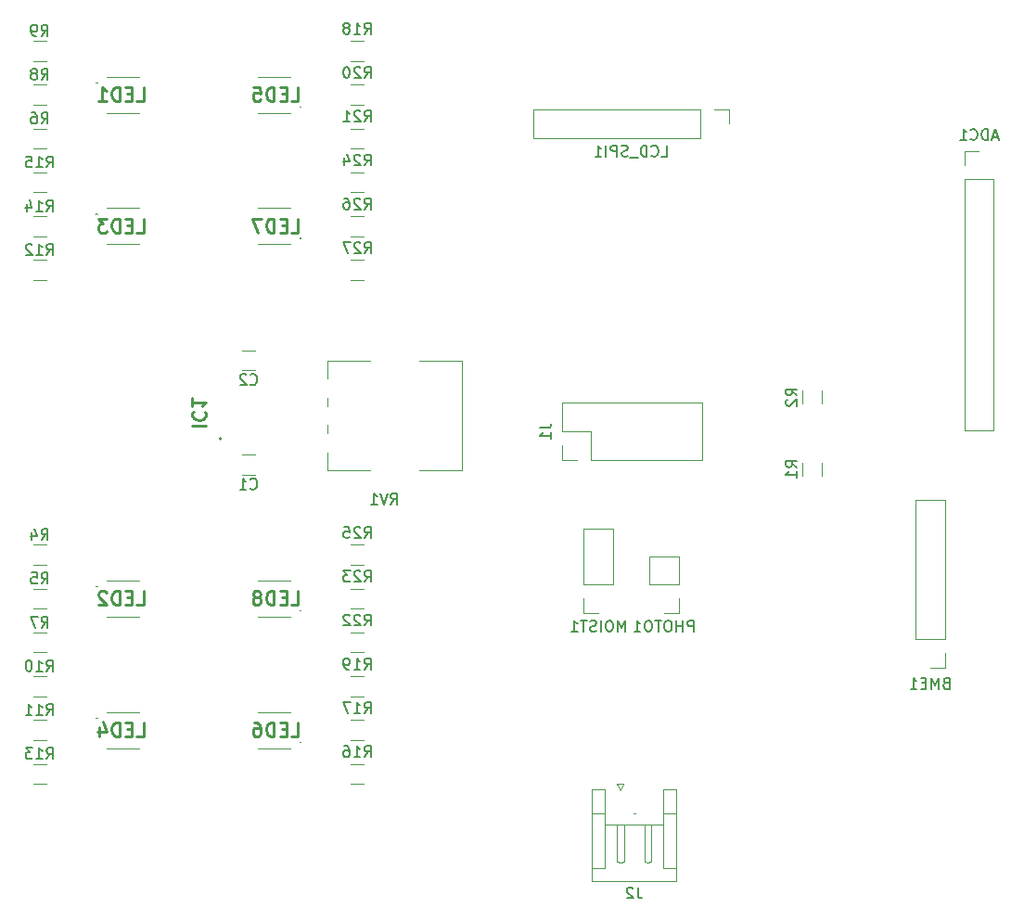
<source format=gbr>
%TF.GenerationSoftware,KiCad,Pcbnew,5.1.6*%
%TF.CreationDate,2020-06-18T23:16:12-07:00*%
%TF.ProjectId,draft,64726166-742e-46b6-9963-61645f706362,rev?*%
%TF.SameCoordinates,Original*%
%TF.FileFunction,Legend,Bot*%
%TF.FilePolarity,Positive*%
%FSLAX46Y46*%
G04 Gerber Fmt 4.6, Leading zero omitted, Abs format (unit mm)*
G04 Created by KiCad (PCBNEW 5.1.6) date 2020-06-18 23:16:12*
%MOMM*%
%LPD*%
G01*
G04 APERTURE LIST*
%ADD10C,0.120000*%
%ADD11C,0.100000*%
%ADD12C,0.200000*%
%ADD13C,0.150000*%
%ADD14C,0.254000*%
G04 APERTURE END LIST*
D10*
%TO.C,C2*%
X58452936Y-63140000D02*
X59657064Y-63140000D01*
X58452936Y-61320000D02*
X59657064Y-61320000D01*
%TO.C,C1*%
X58452936Y-72665000D02*
X59657064Y-72665000D01*
X58452936Y-70845000D02*
X59657064Y-70845000D01*
%TO.C,R2*%
X109580000Y-65020436D02*
X109580000Y-66224564D01*
X111400000Y-65020436D02*
X111400000Y-66224564D01*
%TO.C,R1*%
X109580000Y-71570436D02*
X109580000Y-72774564D01*
X111400000Y-71570436D02*
X111400000Y-72774564D01*
%TO.C,J2*%
X93300000Y-100900000D02*
X93000000Y-101500000D01*
X92700000Y-100900000D02*
X93300000Y-100900000D01*
X93000000Y-101500000D02*
X92700000Y-100900000D01*
X95820000Y-104590000D02*
X95500000Y-104590000D01*
X95820000Y-108010000D02*
X95820000Y-104590000D01*
X95500000Y-108090000D02*
X95820000Y-108010000D01*
X95180000Y-108010000D02*
X95500000Y-108090000D01*
X95180000Y-104590000D02*
X95180000Y-108010000D01*
X95500000Y-104590000D02*
X95180000Y-104590000D01*
X94170000Y-103590000D02*
X94330000Y-103590000D01*
X93320000Y-104590000D02*
X93000000Y-104590000D01*
X93320000Y-108010000D02*
X93320000Y-104590000D01*
X93000000Y-108090000D02*
X93320000Y-108010000D01*
X92680000Y-108010000D02*
X93000000Y-108090000D01*
X92680000Y-104590000D02*
X92680000Y-108010000D01*
X93000000Y-104590000D02*
X92680000Y-104590000D01*
X91610000Y-104590000D02*
X96890000Y-104590000D01*
X96890000Y-103590000D02*
X98110000Y-103590000D01*
X96890000Y-108590000D02*
X96890000Y-103590000D01*
X98110000Y-108590000D02*
X96890000Y-108590000D01*
X91610000Y-103590000D02*
X90390000Y-103590000D01*
X91610000Y-108590000D02*
X91610000Y-103590000D01*
X90390000Y-108590000D02*
X91610000Y-108590000D01*
X96890000Y-101390000D02*
X96890000Y-103590000D01*
X98110000Y-101390000D02*
X96890000Y-101390000D01*
X98110000Y-109810000D02*
X98110000Y-101390000D01*
X90390000Y-109810000D02*
X98110000Y-109810000D01*
X90390000Y-101390000D02*
X90390000Y-109810000D01*
X91610000Y-101390000D02*
X90390000Y-101390000D01*
X91610000Y-103590000D02*
X91610000Y-101390000D01*
%TO.C,RV1*%
X78525000Y-72240000D02*
X78525000Y-62300000D01*
X66285000Y-63900000D02*
X66285000Y-62300000D01*
X66285000Y-66399000D02*
X66285000Y-65640000D01*
X66285000Y-68899000D02*
X66285000Y-68140000D01*
X66285000Y-72240000D02*
X66285000Y-70641000D01*
X74660000Y-62300000D02*
X78525000Y-62300000D01*
X66285000Y-62300000D02*
X70150000Y-62300000D01*
X74660000Y-72240000D02*
X78525000Y-72240000D01*
X66285000Y-72240000D02*
X70150000Y-72240000D01*
%TO.C,R27*%
X68382936Y-53090000D02*
X69587064Y-53090000D01*
X68382936Y-54910000D02*
X69587064Y-54910000D01*
%TO.C,R26*%
X68382936Y-49090000D02*
X69587064Y-49090000D01*
X68382936Y-50910000D02*
X69587064Y-50910000D01*
%TO.C,R25*%
X68382936Y-79090000D02*
X69587064Y-79090000D01*
X68382936Y-80910000D02*
X69587064Y-80910000D01*
%TO.C,R24*%
X68382936Y-45090000D02*
X69587064Y-45090000D01*
X68382936Y-46910000D02*
X69587064Y-46910000D01*
%TO.C,R23*%
X68382936Y-83090000D02*
X69587064Y-83090000D01*
X68382936Y-84910000D02*
X69587064Y-84910000D01*
%TO.C,R22*%
X68382936Y-87090000D02*
X69587064Y-87090000D01*
X68382936Y-88910000D02*
X69587064Y-88910000D01*
%TO.C,R21*%
X68382936Y-41090000D02*
X69587064Y-41090000D01*
X68382936Y-42910000D02*
X69587064Y-42910000D01*
%TO.C,R20*%
X68382936Y-37090000D02*
X69587064Y-37090000D01*
X68382936Y-38910000D02*
X69587064Y-38910000D01*
%TO.C,R19*%
X68382936Y-91090000D02*
X69587064Y-91090000D01*
X68382936Y-92910000D02*
X69587064Y-92910000D01*
%TO.C,R18*%
X68382936Y-33090000D02*
X69587064Y-33090000D01*
X68382936Y-34910000D02*
X69587064Y-34910000D01*
%TO.C,R17*%
X68382936Y-95090000D02*
X69587064Y-95090000D01*
X68382936Y-96910000D02*
X69587064Y-96910000D01*
%TO.C,R16*%
X68382936Y-99090000D02*
X69587064Y-99090000D01*
X68382936Y-100910000D02*
X69587064Y-100910000D01*
%TO.C,R15*%
X40587064Y-46910000D02*
X39382936Y-46910000D01*
X40587064Y-45090000D02*
X39382936Y-45090000D01*
%TO.C,R14*%
X40587064Y-50910000D02*
X39382936Y-50910000D01*
X40587064Y-49090000D02*
X39382936Y-49090000D01*
%TO.C,R13*%
X40587064Y-100910000D02*
X39382936Y-100910000D01*
X40587064Y-99090000D02*
X39382936Y-99090000D01*
%TO.C,R12*%
X40587064Y-54910000D02*
X39382936Y-54910000D01*
X40587064Y-53090000D02*
X39382936Y-53090000D01*
%TO.C,R11*%
X40587064Y-96910000D02*
X39382936Y-96910000D01*
X40587064Y-95090000D02*
X39382936Y-95090000D01*
%TO.C,R10*%
X40587064Y-92910000D02*
X39382936Y-92910000D01*
X40587064Y-91090000D02*
X39382936Y-91090000D01*
%TO.C,R9*%
X40587064Y-34910000D02*
X39382936Y-34910000D01*
X40587064Y-33090000D02*
X39382936Y-33090000D01*
%TO.C,R8*%
X40587064Y-38910000D02*
X39382936Y-38910000D01*
X40587064Y-37090000D02*
X39382936Y-37090000D01*
%TO.C,R7*%
X40587064Y-88910000D02*
X39382936Y-88910000D01*
X40587064Y-87090000D02*
X39382936Y-87090000D01*
%TO.C,R6*%
X40587064Y-42910000D02*
X39382936Y-42910000D01*
X40587064Y-41090000D02*
X39382936Y-41090000D01*
%TO.C,R5*%
X40587064Y-84910000D02*
X39382936Y-84910000D01*
X40587064Y-83090000D02*
X39382936Y-83090000D01*
%TO.C,R4*%
X40587064Y-80910000D02*
X39382936Y-80910000D01*
X40587064Y-79090000D02*
X39382936Y-79090000D01*
D11*
%TO.C,LED8*%
X63845000Y-85100000D02*
X63845000Y-85100000D01*
X63745000Y-85100000D02*
X63745000Y-85100000D01*
X62895000Y-85650000D02*
X59870000Y-85650000D01*
X62895000Y-82350000D02*
X59870000Y-82350000D01*
X63745000Y-85100000D02*
G75*
G03*
X63845000Y-85100000I50000J0D01*
G01*
X63845000Y-85100000D02*
G75*
G03*
X63745000Y-85100000I-50000J0D01*
G01*
%TO.C,LED7*%
X63845000Y-51100000D02*
X63845000Y-51100000D01*
X63745000Y-51100000D02*
X63745000Y-51100000D01*
X62895000Y-51650000D02*
X59870000Y-51650000D01*
X62895000Y-48350000D02*
X59870000Y-48350000D01*
X63745000Y-51100000D02*
G75*
G03*
X63845000Y-51100000I50000J0D01*
G01*
X63845000Y-51100000D02*
G75*
G03*
X63745000Y-51100000I-50000J0D01*
G01*
%TO.C,LED6*%
X63845000Y-97100000D02*
X63845000Y-97100000D01*
X63745000Y-97100000D02*
X63745000Y-97100000D01*
X62895000Y-97650000D02*
X59870000Y-97650000D01*
X62895000Y-94350000D02*
X59870000Y-94350000D01*
X63745000Y-97100000D02*
G75*
G03*
X63845000Y-97100000I50000J0D01*
G01*
X63845000Y-97100000D02*
G75*
G03*
X63745000Y-97100000I-50000J0D01*
G01*
%TO.C,LED5*%
X63845000Y-39100000D02*
X63845000Y-39100000D01*
X63745000Y-39100000D02*
X63745000Y-39100000D01*
X62895000Y-39650000D02*
X59870000Y-39650000D01*
X62895000Y-36350000D02*
X59870000Y-36350000D01*
X63745000Y-39100000D02*
G75*
G03*
X63845000Y-39100000I50000J0D01*
G01*
X63845000Y-39100000D02*
G75*
G03*
X63745000Y-39100000I-50000J0D01*
G01*
%TO.C,LED4*%
X45125000Y-94900000D02*
X45125000Y-94900000D01*
X45225000Y-94900000D02*
X45225000Y-94900000D01*
X46075000Y-94350000D02*
X49100000Y-94350000D01*
X46075000Y-97650000D02*
X49100000Y-97650000D01*
X45225000Y-94900000D02*
G75*
G03*
X45125000Y-94900000I-50000J0D01*
G01*
X45125000Y-94900000D02*
G75*
G03*
X45225000Y-94900000I50000J0D01*
G01*
%TO.C,LED3*%
X45125000Y-48900000D02*
X45125000Y-48900000D01*
X45225000Y-48900000D02*
X45225000Y-48900000D01*
X46075000Y-48350000D02*
X49100000Y-48350000D01*
X46075000Y-51650000D02*
X49100000Y-51650000D01*
X45225000Y-48900000D02*
G75*
G03*
X45125000Y-48900000I-50000J0D01*
G01*
X45125000Y-48900000D02*
G75*
G03*
X45225000Y-48900000I50000J0D01*
G01*
%TO.C,LED2*%
X45125000Y-82900000D02*
X45125000Y-82900000D01*
X45225000Y-82900000D02*
X45225000Y-82900000D01*
X46075000Y-82350000D02*
X49100000Y-82350000D01*
X46075000Y-85650000D02*
X49100000Y-85650000D01*
X45225000Y-82900000D02*
G75*
G03*
X45125000Y-82900000I-50000J0D01*
G01*
X45125000Y-82900000D02*
G75*
G03*
X45225000Y-82900000I50000J0D01*
G01*
%TO.C,LED1*%
X45125000Y-36900000D02*
X45125000Y-36900000D01*
X45225000Y-36900000D02*
X45225000Y-36900000D01*
X46075000Y-36350000D02*
X49100000Y-36350000D01*
X46075000Y-39650000D02*
X49100000Y-39650000D01*
X45225000Y-36900000D02*
G75*
G03*
X45125000Y-36900000I-50000J0D01*
G01*
X45125000Y-36900000D02*
G75*
G03*
X45225000Y-36900000I50000J0D01*
G01*
D12*
%TO.C,IC1*%
X56585000Y-69400000D02*
G75*
G03*
X56585000Y-69400000I-100000J0D01*
G01*
D10*
%TO.C,ADC1*%
X125730000Y-43120000D02*
X124400000Y-43120000D01*
X124400000Y-43120000D02*
X124400000Y-44450000D01*
X124400000Y-45720000D02*
X124400000Y-68640000D01*
X127060000Y-68640000D02*
X124400000Y-68640000D01*
X127060000Y-45720000D02*
X127060000Y-68640000D01*
X127060000Y-45720000D02*
X124400000Y-45720000D01*
%TO.C,BME1*%
X121285000Y-90330000D02*
X122615000Y-90330000D01*
X122615000Y-90330000D02*
X122615000Y-89000000D01*
X122615000Y-87730000D02*
X122615000Y-74970000D01*
X119955000Y-74970000D02*
X122615000Y-74970000D01*
X119955000Y-87730000D02*
X119955000Y-74970000D01*
X119955000Y-87730000D02*
X122615000Y-87730000D01*
%TO.C,J1*%
X87670000Y-70000000D02*
X87670000Y-71330000D01*
X87670000Y-71330000D02*
X89000000Y-71330000D01*
X87670000Y-68730000D02*
X90270000Y-68730000D01*
X90270000Y-68730000D02*
X90270000Y-71330000D01*
X90270000Y-71330000D02*
X100490000Y-71330000D01*
X100490000Y-66130000D02*
X100490000Y-71330000D01*
X87670000Y-66130000D02*
X100490000Y-66130000D01*
X87670000Y-66130000D02*
X87670000Y-68730000D01*
%TO.C,LCD_SPI1*%
X102930000Y-40640000D02*
X102930000Y-39310000D01*
X102930000Y-39310000D02*
X101600000Y-39310000D01*
X100330000Y-39310000D02*
X85030000Y-39310000D01*
X85030000Y-41970000D02*
X85030000Y-39310000D01*
X100330000Y-41970000D02*
X85030000Y-41970000D01*
X100330000Y-41970000D02*
X100330000Y-39310000D01*
%TO.C,MOIST1*%
X89670000Y-85330000D02*
X91000000Y-85330000D01*
X89670000Y-84000000D02*
X89670000Y-85330000D01*
X89670000Y-82730000D02*
X92330000Y-82730000D01*
X92330000Y-82730000D02*
X92330000Y-77590000D01*
X89670000Y-82730000D02*
X89670000Y-77590000D01*
X89670000Y-77590000D02*
X92330000Y-77590000D01*
%TO.C,PHOTO1*%
X97000000Y-85330000D02*
X98330000Y-85330000D01*
X98330000Y-85330000D02*
X98330000Y-84000000D01*
X98330000Y-82730000D02*
X98330000Y-80130000D01*
X95670000Y-80130000D02*
X98330000Y-80130000D01*
X95670000Y-82730000D02*
X95670000Y-80130000D01*
X95670000Y-82730000D02*
X98330000Y-82730000D01*
%TO.C,C2*%
D13*
X59221666Y-64407142D02*
X59269285Y-64454761D01*
X59412142Y-64502380D01*
X59507380Y-64502380D01*
X59650238Y-64454761D01*
X59745476Y-64359523D01*
X59793095Y-64264285D01*
X59840714Y-64073809D01*
X59840714Y-63930952D01*
X59793095Y-63740476D01*
X59745476Y-63645238D01*
X59650238Y-63550000D01*
X59507380Y-63502380D01*
X59412142Y-63502380D01*
X59269285Y-63550000D01*
X59221666Y-63597619D01*
X58840714Y-63597619D02*
X58793095Y-63550000D01*
X58697857Y-63502380D01*
X58459761Y-63502380D01*
X58364523Y-63550000D01*
X58316904Y-63597619D01*
X58269285Y-63692857D01*
X58269285Y-63788095D01*
X58316904Y-63930952D01*
X58888333Y-64502380D01*
X58269285Y-64502380D01*
%TO.C,C1*%
X59221666Y-73932142D02*
X59269285Y-73979761D01*
X59412142Y-74027380D01*
X59507380Y-74027380D01*
X59650238Y-73979761D01*
X59745476Y-73884523D01*
X59793095Y-73789285D01*
X59840714Y-73598809D01*
X59840714Y-73455952D01*
X59793095Y-73265476D01*
X59745476Y-73170238D01*
X59650238Y-73075000D01*
X59507380Y-73027380D01*
X59412142Y-73027380D01*
X59269285Y-73075000D01*
X59221666Y-73122619D01*
X58269285Y-74027380D02*
X58840714Y-74027380D01*
X58555000Y-74027380D02*
X58555000Y-73027380D01*
X58650238Y-73170238D01*
X58745476Y-73265476D01*
X58840714Y-73313095D01*
%TO.C,R2*%
X109122380Y-65455833D02*
X108646190Y-65122500D01*
X109122380Y-64884404D02*
X108122380Y-64884404D01*
X108122380Y-65265357D01*
X108170000Y-65360595D01*
X108217619Y-65408214D01*
X108312857Y-65455833D01*
X108455714Y-65455833D01*
X108550952Y-65408214D01*
X108598571Y-65360595D01*
X108646190Y-65265357D01*
X108646190Y-64884404D01*
X108217619Y-65836785D02*
X108170000Y-65884404D01*
X108122380Y-65979642D01*
X108122380Y-66217738D01*
X108170000Y-66312976D01*
X108217619Y-66360595D01*
X108312857Y-66408214D01*
X108408095Y-66408214D01*
X108550952Y-66360595D01*
X109122380Y-65789166D01*
X109122380Y-66408214D01*
%TO.C,R1*%
X109122380Y-72005833D02*
X108646190Y-71672500D01*
X109122380Y-71434404D02*
X108122380Y-71434404D01*
X108122380Y-71815357D01*
X108170000Y-71910595D01*
X108217619Y-71958214D01*
X108312857Y-72005833D01*
X108455714Y-72005833D01*
X108550952Y-71958214D01*
X108598571Y-71910595D01*
X108646190Y-71815357D01*
X108646190Y-71434404D01*
X109122380Y-72958214D02*
X109122380Y-72386785D01*
X109122380Y-72672500D02*
X108122380Y-72672500D01*
X108265238Y-72577261D01*
X108360476Y-72482023D01*
X108408095Y-72386785D01*
%TO.C,J2*%
X94583333Y-110352380D02*
X94583333Y-111066666D01*
X94630952Y-111209523D01*
X94726190Y-111304761D01*
X94869047Y-111352380D01*
X94964285Y-111352380D01*
X94154761Y-110447619D02*
X94107142Y-110400000D01*
X94011904Y-110352380D01*
X93773809Y-110352380D01*
X93678571Y-110400000D01*
X93630952Y-110447619D01*
X93583333Y-110542857D01*
X93583333Y-110638095D01*
X93630952Y-110780952D01*
X94202380Y-111352380D01*
X93583333Y-111352380D01*
%TO.C,RV1*%
X72050238Y-75372380D02*
X72383571Y-74896190D01*
X72621666Y-75372380D02*
X72621666Y-74372380D01*
X72240714Y-74372380D01*
X72145476Y-74420000D01*
X72097857Y-74467619D01*
X72050238Y-74562857D01*
X72050238Y-74705714D01*
X72097857Y-74800952D01*
X72145476Y-74848571D01*
X72240714Y-74896190D01*
X72621666Y-74896190D01*
X71764523Y-74372380D02*
X71431190Y-75372380D01*
X71097857Y-74372380D01*
X70240714Y-75372380D02*
X70812142Y-75372380D01*
X70526428Y-75372380D02*
X70526428Y-74372380D01*
X70621666Y-74515238D01*
X70716904Y-74610476D01*
X70812142Y-74658095D01*
%TO.C,R27*%
X69627857Y-52452380D02*
X69961190Y-51976190D01*
X70199285Y-52452380D02*
X70199285Y-51452380D01*
X69818333Y-51452380D01*
X69723095Y-51500000D01*
X69675476Y-51547619D01*
X69627857Y-51642857D01*
X69627857Y-51785714D01*
X69675476Y-51880952D01*
X69723095Y-51928571D01*
X69818333Y-51976190D01*
X70199285Y-51976190D01*
X69246904Y-51547619D02*
X69199285Y-51500000D01*
X69104047Y-51452380D01*
X68865952Y-51452380D01*
X68770714Y-51500000D01*
X68723095Y-51547619D01*
X68675476Y-51642857D01*
X68675476Y-51738095D01*
X68723095Y-51880952D01*
X69294523Y-52452380D01*
X68675476Y-52452380D01*
X68342142Y-51452380D02*
X67675476Y-51452380D01*
X68104047Y-52452380D01*
%TO.C,R26*%
X69627857Y-48452380D02*
X69961190Y-47976190D01*
X70199285Y-48452380D02*
X70199285Y-47452380D01*
X69818333Y-47452380D01*
X69723095Y-47500000D01*
X69675476Y-47547619D01*
X69627857Y-47642857D01*
X69627857Y-47785714D01*
X69675476Y-47880952D01*
X69723095Y-47928571D01*
X69818333Y-47976190D01*
X70199285Y-47976190D01*
X69246904Y-47547619D02*
X69199285Y-47500000D01*
X69104047Y-47452380D01*
X68865952Y-47452380D01*
X68770714Y-47500000D01*
X68723095Y-47547619D01*
X68675476Y-47642857D01*
X68675476Y-47738095D01*
X68723095Y-47880952D01*
X69294523Y-48452380D01*
X68675476Y-48452380D01*
X67818333Y-47452380D02*
X68008809Y-47452380D01*
X68104047Y-47500000D01*
X68151666Y-47547619D01*
X68246904Y-47690476D01*
X68294523Y-47880952D01*
X68294523Y-48261904D01*
X68246904Y-48357142D01*
X68199285Y-48404761D01*
X68104047Y-48452380D01*
X67913571Y-48452380D01*
X67818333Y-48404761D01*
X67770714Y-48357142D01*
X67723095Y-48261904D01*
X67723095Y-48023809D01*
X67770714Y-47928571D01*
X67818333Y-47880952D01*
X67913571Y-47833333D01*
X68104047Y-47833333D01*
X68199285Y-47880952D01*
X68246904Y-47928571D01*
X68294523Y-48023809D01*
%TO.C,R25*%
X69627857Y-78452380D02*
X69961190Y-77976190D01*
X70199285Y-78452380D02*
X70199285Y-77452380D01*
X69818333Y-77452380D01*
X69723095Y-77500000D01*
X69675476Y-77547619D01*
X69627857Y-77642857D01*
X69627857Y-77785714D01*
X69675476Y-77880952D01*
X69723095Y-77928571D01*
X69818333Y-77976190D01*
X70199285Y-77976190D01*
X69246904Y-77547619D02*
X69199285Y-77500000D01*
X69104047Y-77452380D01*
X68865952Y-77452380D01*
X68770714Y-77500000D01*
X68723095Y-77547619D01*
X68675476Y-77642857D01*
X68675476Y-77738095D01*
X68723095Y-77880952D01*
X69294523Y-78452380D01*
X68675476Y-78452380D01*
X67770714Y-77452380D02*
X68246904Y-77452380D01*
X68294523Y-77928571D01*
X68246904Y-77880952D01*
X68151666Y-77833333D01*
X67913571Y-77833333D01*
X67818333Y-77880952D01*
X67770714Y-77928571D01*
X67723095Y-78023809D01*
X67723095Y-78261904D01*
X67770714Y-78357142D01*
X67818333Y-78404761D01*
X67913571Y-78452380D01*
X68151666Y-78452380D01*
X68246904Y-78404761D01*
X68294523Y-78357142D01*
%TO.C,R24*%
X69627857Y-44452380D02*
X69961190Y-43976190D01*
X70199285Y-44452380D02*
X70199285Y-43452380D01*
X69818333Y-43452380D01*
X69723095Y-43500000D01*
X69675476Y-43547619D01*
X69627857Y-43642857D01*
X69627857Y-43785714D01*
X69675476Y-43880952D01*
X69723095Y-43928571D01*
X69818333Y-43976190D01*
X70199285Y-43976190D01*
X69246904Y-43547619D02*
X69199285Y-43500000D01*
X69104047Y-43452380D01*
X68865952Y-43452380D01*
X68770714Y-43500000D01*
X68723095Y-43547619D01*
X68675476Y-43642857D01*
X68675476Y-43738095D01*
X68723095Y-43880952D01*
X69294523Y-44452380D01*
X68675476Y-44452380D01*
X67818333Y-43785714D02*
X67818333Y-44452380D01*
X68056428Y-43404761D02*
X68294523Y-44119047D01*
X67675476Y-44119047D01*
%TO.C,R23*%
X69627857Y-82452380D02*
X69961190Y-81976190D01*
X70199285Y-82452380D02*
X70199285Y-81452380D01*
X69818333Y-81452380D01*
X69723095Y-81500000D01*
X69675476Y-81547619D01*
X69627857Y-81642857D01*
X69627857Y-81785714D01*
X69675476Y-81880952D01*
X69723095Y-81928571D01*
X69818333Y-81976190D01*
X70199285Y-81976190D01*
X69246904Y-81547619D02*
X69199285Y-81500000D01*
X69104047Y-81452380D01*
X68865952Y-81452380D01*
X68770714Y-81500000D01*
X68723095Y-81547619D01*
X68675476Y-81642857D01*
X68675476Y-81738095D01*
X68723095Y-81880952D01*
X69294523Y-82452380D01*
X68675476Y-82452380D01*
X68342142Y-81452380D02*
X67723095Y-81452380D01*
X68056428Y-81833333D01*
X67913571Y-81833333D01*
X67818333Y-81880952D01*
X67770714Y-81928571D01*
X67723095Y-82023809D01*
X67723095Y-82261904D01*
X67770714Y-82357142D01*
X67818333Y-82404761D01*
X67913571Y-82452380D01*
X68199285Y-82452380D01*
X68294523Y-82404761D01*
X68342142Y-82357142D01*
%TO.C,R22*%
X69627857Y-86452380D02*
X69961190Y-85976190D01*
X70199285Y-86452380D02*
X70199285Y-85452380D01*
X69818333Y-85452380D01*
X69723095Y-85500000D01*
X69675476Y-85547619D01*
X69627857Y-85642857D01*
X69627857Y-85785714D01*
X69675476Y-85880952D01*
X69723095Y-85928571D01*
X69818333Y-85976190D01*
X70199285Y-85976190D01*
X69246904Y-85547619D02*
X69199285Y-85500000D01*
X69104047Y-85452380D01*
X68865952Y-85452380D01*
X68770714Y-85500000D01*
X68723095Y-85547619D01*
X68675476Y-85642857D01*
X68675476Y-85738095D01*
X68723095Y-85880952D01*
X69294523Y-86452380D01*
X68675476Y-86452380D01*
X68294523Y-85547619D02*
X68246904Y-85500000D01*
X68151666Y-85452380D01*
X67913571Y-85452380D01*
X67818333Y-85500000D01*
X67770714Y-85547619D01*
X67723095Y-85642857D01*
X67723095Y-85738095D01*
X67770714Y-85880952D01*
X68342142Y-86452380D01*
X67723095Y-86452380D01*
%TO.C,R21*%
X69627857Y-40452380D02*
X69961190Y-39976190D01*
X70199285Y-40452380D02*
X70199285Y-39452380D01*
X69818333Y-39452380D01*
X69723095Y-39500000D01*
X69675476Y-39547619D01*
X69627857Y-39642857D01*
X69627857Y-39785714D01*
X69675476Y-39880952D01*
X69723095Y-39928571D01*
X69818333Y-39976190D01*
X70199285Y-39976190D01*
X69246904Y-39547619D02*
X69199285Y-39500000D01*
X69104047Y-39452380D01*
X68865952Y-39452380D01*
X68770714Y-39500000D01*
X68723095Y-39547619D01*
X68675476Y-39642857D01*
X68675476Y-39738095D01*
X68723095Y-39880952D01*
X69294523Y-40452380D01*
X68675476Y-40452380D01*
X67723095Y-40452380D02*
X68294523Y-40452380D01*
X68008809Y-40452380D02*
X68008809Y-39452380D01*
X68104047Y-39595238D01*
X68199285Y-39690476D01*
X68294523Y-39738095D01*
%TO.C,R20*%
X69627857Y-36452380D02*
X69961190Y-35976190D01*
X70199285Y-36452380D02*
X70199285Y-35452380D01*
X69818333Y-35452380D01*
X69723095Y-35500000D01*
X69675476Y-35547619D01*
X69627857Y-35642857D01*
X69627857Y-35785714D01*
X69675476Y-35880952D01*
X69723095Y-35928571D01*
X69818333Y-35976190D01*
X70199285Y-35976190D01*
X69246904Y-35547619D02*
X69199285Y-35500000D01*
X69104047Y-35452380D01*
X68865952Y-35452380D01*
X68770714Y-35500000D01*
X68723095Y-35547619D01*
X68675476Y-35642857D01*
X68675476Y-35738095D01*
X68723095Y-35880952D01*
X69294523Y-36452380D01*
X68675476Y-36452380D01*
X68056428Y-35452380D02*
X67961190Y-35452380D01*
X67865952Y-35500000D01*
X67818333Y-35547619D01*
X67770714Y-35642857D01*
X67723095Y-35833333D01*
X67723095Y-36071428D01*
X67770714Y-36261904D01*
X67818333Y-36357142D01*
X67865952Y-36404761D01*
X67961190Y-36452380D01*
X68056428Y-36452380D01*
X68151666Y-36404761D01*
X68199285Y-36357142D01*
X68246904Y-36261904D01*
X68294523Y-36071428D01*
X68294523Y-35833333D01*
X68246904Y-35642857D01*
X68199285Y-35547619D01*
X68151666Y-35500000D01*
X68056428Y-35452380D01*
%TO.C,R19*%
X69627857Y-90452380D02*
X69961190Y-89976190D01*
X70199285Y-90452380D02*
X70199285Y-89452380D01*
X69818333Y-89452380D01*
X69723095Y-89500000D01*
X69675476Y-89547619D01*
X69627857Y-89642857D01*
X69627857Y-89785714D01*
X69675476Y-89880952D01*
X69723095Y-89928571D01*
X69818333Y-89976190D01*
X70199285Y-89976190D01*
X68675476Y-90452380D02*
X69246904Y-90452380D01*
X68961190Y-90452380D02*
X68961190Y-89452380D01*
X69056428Y-89595238D01*
X69151666Y-89690476D01*
X69246904Y-89738095D01*
X68199285Y-90452380D02*
X68008809Y-90452380D01*
X67913571Y-90404761D01*
X67865952Y-90357142D01*
X67770714Y-90214285D01*
X67723095Y-90023809D01*
X67723095Y-89642857D01*
X67770714Y-89547619D01*
X67818333Y-89500000D01*
X67913571Y-89452380D01*
X68104047Y-89452380D01*
X68199285Y-89500000D01*
X68246904Y-89547619D01*
X68294523Y-89642857D01*
X68294523Y-89880952D01*
X68246904Y-89976190D01*
X68199285Y-90023809D01*
X68104047Y-90071428D01*
X67913571Y-90071428D01*
X67818333Y-90023809D01*
X67770714Y-89976190D01*
X67723095Y-89880952D01*
%TO.C,R18*%
X69627857Y-32452380D02*
X69961190Y-31976190D01*
X70199285Y-32452380D02*
X70199285Y-31452380D01*
X69818333Y-31452380D01*
X69723095Y-31500000D01*
X69675476Y-31547619D01*
X69627857Y-31642857D01*
X69627857Y-31785714D01*
X69675476Y-31880952D01*
X69723095Y-31928571D01*
X69818333Y-31976190D01*
X70199285Y-31976190D01*
X68675476Y-32452380D02*
X69246904Y-32452380D01*
X68961190Y-32452380D02*
X68961190Y-31452380D01*
X69056428Y-31595238D01*
X69151666Y-31690476D01*
X69246904Y-31738095D01*
X68104047Y-31880952D02*
X68199285Y-31833333D01*
X68246904Y-31785714D01*
X68294523Y-31690476D01*
X68294523Y-31642857D01*
X68246904Y-31547619D01*
X68199285Y-31500000D01*
X68104047Y-31452380D01*
X67913571Y-31452380D01*
X67818333Y-31500000D01*
X67770714Y-31547619D01*
X67723095Y-31642857D01*
X67723095Y-31690476D01*
X67770714Y-31785714D01*
X67818333Y-31833333D01*
X67913571Y-31880952D01*
X68104047Y-31880952D01*
X68199285Y-31928571D01*
X68246904Y-31976190D01*
X68294523Y-32071428D01*
X68294523Y-32261904D01*
X68246904Y-32357142D01*
X68199285Y-32404761D01*
X68104047Y-32452380D01*
X67913571Y-32452380D01*
X67818333Y-32404761D01*
X67770714Y-32357142D01*
X67723095Y-32261904D01*
X67723095Y-32071428D01*
X67770714Y-31976190D01*
X67818333Y-31928571D01*
X67913571Y-31880952D01*
%TO.C,R17*%
X69627857Y-94452380D02*
X69961190Y-93976190D01*
X70199285Y-94452380D02*
X70199285Y-93452380D01*
X69818333Y-93452380D01*
X69723095Y-93500000D01*
X69675476Y-93547619D01*
X69627857Y-93642857D01*
X69627857Y-93785714D01*
X69675476Y-93880952D01*
X69723095Y-93928571D01*
X69818333Y-93976190D01*
X70199285Y-93976190D01*
X68675476Y-94452380D02*
X69246904Y-94452380D01*
X68961190Y-94452380D02*
X68961190Y-93452380D01*
X69056428Y-93595238D01*
X69151666Y-93690476D01*
X69246904Y-93738095D01*
X68342142Y-93452380D02*
X67675476Y-93452380D01*
X68104047Y-94452380D01*
%TO.C,R16*%
X69627857Y-98452380D02*
X69961190Y-97976190D01*
X70199285Y-98452380D02*
X70199285Y-97452380D01*
X69818333Y-97452380D01*
X69723095Y-97500000D01*
X69675476Y-97547619D01*
X69627857Y-97642857D01*
X69627857Y-97785714D01*
X69675476Y-97880952D01*
X69723095Y-97928571D01*
X69818333Y-97976190D01*
X70199285Y-97976190D01*
X68675476Y-98452380D02*
X69246904Y-98452380D01*
X68961190Y-98452380D02*
X68961190Y-97452380D01*
X69056428Y-97595238D01*
X69151666Y-97690476D01*
X69246904Y-97738095D01*
X67818333Y-97452380D02*
X68008809Y-97452380D01*
X68104047Y-97500000D01*
X68151666Y-97547619D01*
X68246904Y-97690476D01*
X68294523Y-97880952D01*
X68294523Y-98261904D01*
X68246904Y-98357142D01*
X68199285Y-98404761D01*
X68104047Y-98452380D01*
X67913571Y-98452380D01*
X67818333Y-98404761D01*
X67770714Y-98357142D01*
X67723095Y-98261904D01*
X67723095Y-98023809D01*
X67770714Y-97928571D01*
X67818333Y-97880952D01*
X67913571Y-97833333D01*
X68104047Y-97833333D01*
X68199285Y-97880952D01*
X68246904Y-97928571D01*
X68294523Y-98023809D01*
%TO.C,R15*%
X40627857Y-44632380D02*
X40961190Y-44156190D01*
X41199285Y-44632380D02*
X41199285Y-43632380D01*
X40818333Y-43632380D01*
X40723095Y-43680000D01*
X40675476Y-43727619D01*
X40627857Y-43822857D01*
X40627857Y-43965714D01*
X40675476Y-44060952D01*
X40723095Y-44108571D01*
X40818333Y-44156190D01*
X41199285Y-44156190D01*
X39675476Y-44632380D02*
X40246904Y-44632380D01*
X39961190Y-44632380D02*
X39961190Y-43632380D01*
X40056428Y-43775238D01*
X40151666Y-43870476D01*
X40246904Y-43918095D01*
X38770714Y-43632380D02*
X39246904Y-43632380D01*
X39294523Y-44108571D01*
X39246904Y-44060952D01*
X39151666Y-44013333D01*
X38913571Y-44013333D01*
X38818333Y-44060952D01*
X38770714Y-44108571D01*
X38723095Y-44203809D01*
X38723095Y-44441904D01*
X38770714Y-44537142D01*
X38818333Y-44584761D01*
X38913571Y-44632380D01*
X39151666Y-44632380D01*
X39246904Y-44584761D01*
X39294523Y-44537142D01*
%TO.C,R14*%
X40627857Y-48632380D02*
X40961190Y-48156190D01*
X41199285Y-48632380D02*
X41199285Y-47632380D01*
X40818333Y-47632380D01*
X40723095Y-47680000D01*
X40675476Y-47727619D01*
X40627857Y-47822857D01*
X40627857Y-47965714D01*
X40675476Y-48060952D01*
X40723095Y-48108571D01*
X40818333Y-48156190D01*
X41199285Y-48156190D01*
X39675476Y-48632380D02*
X40246904Y-48632380D01*
X39961190Y-48632380D02*
X39961190Y-47632380D01*
X40056428Y-47775238D01*
X40151666Y-47870476D01*
X40246904Y-47918095D01*
X38818333Y-47965714D02*
X38818333Y-48632380D01*
X39056428Y-47584761D02*
X39294523Y-48299047D01*
X38675476Y-48299047D01*
%TO.C,R13*%
X40627857Y-98632380D02*
X40961190Y-98156190D01*
X41199285Y-98632380D02*
X41199285Y-97632380D01*
X40818333Y-97632380D01*
X40723095Y-97680000D01*
X40675476Y-97727619D01*
X40627857Y-97822857D01*
X40627857Y-97965714D01*
X40675476Y-98060952D01*
X40723095Y-98108571D01*
X40818333Y-98156190D01*
X41199285Y-98156190D01*
X39675476Y-98632380D02*
X40246904Y-98632380D01*
X39961190Y-98632380D02*
X39961190Y-97632380D01*
X40056428Y-97775238D01*
X40151666Y-97870476D01*
X40246904Y-97918095D01*
X39342142Y-97632380D02*
X38723095Y-97632380D01*
X39056428Y-98013333D01*
X38913571Y-98013333D01*
X38818333Y-98060952D01*
X38770714Y-98108571D01*
X38723095Y-98203809D01*
X38723095Y-98441904D01*
X38770714Y-98537142D01*
X38818333Y-98584761D01*
X38913571Y-98632380D01*
X39199285Y-98632380D01*
X39294523Y-98584761D01*
X39342142Y-98537142D01*
%TO.C,R12*%
X40627857Y-52632380D02*
X40961190Y-52156190D01*
X41199285Y-52632380D02*
X41199285Y-51632380D01*
X40818333Y-51632380D01*
X40723095Y-51680000D01*
X40675476Y-51727619D01*
X40627857Y-51822857D01*
X40627857Y-51965714D01*
X40675476Y-52060952D01*
X40723095Y-52108571D01*
X40818333Y-52156190D01*
X41199285Y-52156190D01*
X39675476Y-52632380D02*
X40246904Y-52632380D01*
X39961190Y-52632380D02*
X39961190Y-51632380D01*
X40056428Y-51775238D01*
X40151666Y-51870476D01*
X40246904Y-51918095D01*
X39294523Y-51727619D02*
X39246904Y-51680000D01*
X39151666Y-51632380D01*
X38913571Y-51632380D01*
X38818333Y-51680000D01*
X38770714Y-51727619D01*
X38723095Y-51822857D01*
X38723095Y-51918095D01*
X38770714Y-52060952D01*
X39342142Y-52632380D01*
X38723095Y-52632380D01*
%TO.C,R11*%
X40627857Y-94632380D02*
X40961190Y-94156190D01*
X41199285Y-94632380D02*
X41199285Y-93632380D01*
X40818333Y-93632380D01*
X40723095Y-93680000D01*
X40675476Y-93727619D01*
X40627857Y-93822857D01*
X40627857Y-93965714D01*
X40675476Y-94060952D01*
X40723095Y-94108571D01*
X40818333Y-94156190D01*
X41199285Y-94156190D01*
X39675476Y-94632380D02*
X40246904Y-94632380D01*
X39961190Y-94632380D02*
X39961190Y-93632380D01*
X40056428Y-93775238D01*
X40151666Y-93870476D01*
X40246904Y-93918095D01*
X38723095Y-94632380D02*
X39294523Y-94632380D01*
X39008809Y-94632380D02*
X39008809Y-93632380D01*
X39104047Y-93775238D01*
X39199285Y-93870476D01*
X39294523Y-93918095D01*
%TO.C,R10*%
X40627857Y-90632380D02*
X40961190Y-90156190D01*
X41199285Y-90632380D02*
X41199285Y-89632380D01*
X40818333Y-89632380D01*
X40723095Y-89680000D01*
X40675476Y-89727619D01*
X40627857Y-89822857D01*
X40627857Y-89965714D01*
X40675476Y-90060952D01*
X40723095Y-90108571D01*
X40818333Y-90156190D01*
X41199285Y-90156190D01*
X39675476Y-90632380D02*
X40246904Y-90632380D01*
X39961190Y-90632380D02*
X39961190Y-89632380D01*
X40056428Y-89775238D01*
X40151666Y-89870476D01*
X40246904Y-89918095D01*
X39056428Y-89632380D02*
X38961190Y-89632380D01*
X38865952Y-89680000D01*
X38818333Y-89727619D01*
X38770714Y-89822857D01*
X38723095Y-90013333D01*
X38723095Y-90251428D01*
X38770714Y-90441904D01*
X38818333Y-90537142D01*
X38865952Y-90584761D01*
X38961190Y-90632380D01*
X39056428Y-90632380D01*
X39151666Y-90584761D01*
X39199285Y-90537142D01*
X39246904Y-90441904D01*
X39294523Y-90251428D01*
X39294523Y-90013333D01*
X39246904Y-89822857D01*
X39199285Y-89727619D01*
X39151666Y-89680000D01*
X39056428Y-89632380D01*
%TO.C,R9*%
X40151666Y-32632380D02*
X40485000Y-32156190D01*
X40723095Y-32632380D02*
X40723095Y-31632380D01*
X40342142Y-31632380D01*
X40246904Y-31680000D01*
X40199285Y-31727619D01*
X40151666Y-31822857D01*
X40151666Y-31965714D01*
X40199285Y-32060952D01*
X40246904Y-32108571D01*
X40342142Y-32156190D01*
X40723095Y-32156190D01*
X39675476Y-32632380D02*
X39485000Y-32632380D01*
X39389761Y-32584761D01*
X39342142Y-32537142D01*
X39246904Y-32394285D01*
X39199285Y-32203809D01*
X39199285Y-31822857D01*
X39246904Y-31727619D01*
X39294523Y-31680000D01*
X39389761Y-31632380D01*
X39580238Y-31632380D01*
X39675476Y-31680000D01*
X39723095Y-31727619D01*
X39770714Y-31822857D01*
X39770714Y-32060952D01*
X39723095Y-32156190D01*
X39675476Y-32203809D01*
X39580238Y-32251428D01*
X39389761Y-32251428D01*
X39294523Y-32203809D01*
X39246904Y-32156190D01*
X39199285Y-32060952D01*
%TO.C,R8*%
X40151666Y-36632380D02*
X40485000Y-36156190D01*
X40723095Y-36632380D02*
X40723095Y-35632380D01*
X40342142Y-35632380D01*
X40246904Y-35680000D01*
X40199285Y-35727619D01*
X40151666Y-35822857D01*
X40151666Y-35965714D01*
X40199285Y-36060952D01*
X40246904Y-36108571D01*
X40342142Y-36156190D01*
X40723095Y-36156190D01*
X39580238Y-36060952D02*
X39675476Y-36013333D01*
X39723095Y-35965714D01*
X39770714Y-35870476D01*
X39770714Y-35822857D01*
X39723095Y-35727619D01*
X39675476Y-35680000D01*
X39580238Y-35632380D01*
X39389761Y-35632380D01*
X39294523Y-35680000D01*
X39246904Y-35727619D01*
X39199285Y-35822857D01*
X39199285Y-35870476D01*
X39246904Y-35965714D01*
X39294523Y-36013333D01*
X39389761Y-36060952D01*
X39580238Y-36060952D01*
X39675476Y-36108571D01*
X39723095Y-36156190D01*
X39770714Y-36251428D01*
X39770714Y-36441904D01*
X39723095Y-36537142D01*
X39675476Y-36584761D01*
X39580238Y-36632380D01*
X39389761Y-36632380D01*
X39294523Y-36584761D01*
X39246904Y-36537142D01*
X39199285Y-36441904D01*
X39199285Y-36251428D01*
X39246904Y-36156190D01*
X39294523Y-36108571D01*
X39389761Y-36060952D01*
%TO.C,R7*%
X40151666Y-86632380D02*
X40485000Y-86156190D01*
X40723095Y-86632380D02*
X40723095Y-85632380D01*
X40342142Y-85632380D01*
X40246904Y-85680000D01*
X40199285Y-85727619D01*
X40151666Y-85822857D01*
X40151666Y-85965714D01*
X40199285Y-86060952D01*
X40246904Y-86108571D01*
X40342142Y-86156190D01*
X40723095Y-86156190D01*
X39818333Y-85632380D02*
X39151666Y-85632380D01*
X39580238Y-86632380D01*
%TO.C,R6*%
X40151666Y-40632380D02*
X40485000Y-40156190D01*
X40723095Y-40632380D02*
X40723095Y-39632380D01*
X40342142Y-39632380D01*
X40246904Y-39680000D01*
X40199285Y-39727619D01*
X40151666Y-39822857D01*
X40151666Y-39965714D01*
X40199285Y-40060952D01*
X40246904Y-40108571D01*
X40342142Y-40156190D01*
X40723095Y-40156190D01*
X39294523Y-39632380D02*
X39485000Y-39632380D01*
X39580238Y-39680000D01*
X39627857Y-39727619D01*
X39723095Y-39870476D01*
X39770714Y-40060952D01*
X39770714Y-40441904D01*
X39723095Y-40537142D01*
X39675476Y-40584761D01*
X39580238Y-40632380D01*
X39389761Y-40632380D01*
X39294523Y-40584761D01*
X39246904Y-40537142D01*
X39199285Y-40441904D01*
X39199285Y-40203809D01*
X39246904Y-40108571D01*
X39294523Y-40060952D01*
X39389761Y-40013333D01*
X39580238Y-40013333D01*
X39675476Y-40060952D01*
X39723095Y-40108571D01*
X39770714Y-40203809D01*
%TO.C,R5*%
X40151666Y-82632380D02*
X40485000Y-82156190D01*
X40723095Y-82632380D02*
X40723095Y-81632380D01*
X40342142Y-81632380D01*
X40246904Y-81680000D01*
X40199285Y-81727619D01*
X40151666Y-81822857D01*
X40151666Y-81965714D01*
X40199285Y-82060952D01*
X40246904Y-82108571D01*
X40342142Y-82156190D01*
X40723095Y-82156190D01*
X39246904Y-81632380D02*
X39723095Y-81632380D01*
X39770714Y-82108571D01*
X39723095Y-82060952D01*
X39627857Y-82013333D01*
X39389761Y-82013333D01*
X39294523Y-82060952D01*
X39246904Y-82108571D01*
X39199285Y-82203809D01*
X39199285Y-82441904D01*
X39246904Y-82537142D01*
X39294523Y-82584761D01*
X39389761Y-82632380D01*
X39627857Y-82632380D01*
X39723095Y-82584761D01*
X39770714Y-82537142D01*
%TO.C,R4*%
X40151666Y-78632380D02*
X40485000Y-78156190D01*
X40723095Y-78632380D02*
X40723095Y-77632380D01*
X40342142Y-77632380D01*
X40246904Y-77680000D01*
X40199285Y-77727619D01*
X40151666Y-77822857D01*
X40151666Y-77965714D01*
X40199285Y-78060952D01*
X40246904Y-78108571D01*
X40342142Y-78156190D01*
X40723095Y-78156190D01*
X39294523Y-77965714D02*
X39294523Y-78632380D01*
X39532619Y-77584761D02*
X39770714Y-78299047D01*
X39151666Y-78299047D01*
%TO.C,LED8*%
D14*
X62954190Y-84574523D02*
X63558952Y-84574523D01*
X63558952Y-83304523D01*
X62530857Y-83909285D02*
X62107523Y-83909285D01*
X61926095Y-84574523D02*
X62530857Y-84574523D01*
X62530857Y-83304523D01*
X61926095Y-83304523D01*
X61381809Y-84574523D02*
X61381809Y-83304523D01*
X61079428Y-83304523D01*
X60898000Y-83365000D01*
X60777047Y-83485952D01*
X60716571Y-83606904D01*
X60656095Y-83848809D01*
X60656095Y-84030238D01*
X60716571Y-84272142D01*
X60777047Y-84393095D01*
X60898000Y-84514047D01*
X61079428Y-84574523D01*
X61381809Y-84574523D01*
X59930380Y-83848809D02*
X60051333Y-83788333D01*
X60111809Y-83727857D01*
X60172285Y-83606904D01*
X60172285Y-83546428D01*
X60111809Y-83425476D01*
X60051333Y-83365000D01*
X59930380Y-83304523D01*
X59688476Y-83304523D01*
X59567523Y-83365000D01*
X59507047Y-83425476D01*
X59446571Y-83546428D01*
X59446571Y-83606904D01*
X59507047Y-83727857D01*
X59567523Y-83788333D01*
X59688476Y-83848809D01*
X59930380Y-83848809D01*
X60051333Y-83909285D01*
X60111809Y-83969761D01*
X60172285Y-84090714D01*
X60172285Y-84332619D01*
X60111809Y-84453571D01*
X60051333Y-84514047D01*
X59930380Y-84574523D01*
X59688476Y-84574523D01*
X59567523Y-84514047D01*
X59507047Y-84453571D01*
X59446571Y-84332619D01*
X59446571Y-84090714D01*
X59507047Y-83969761D01*
X59567523Y-83909285D01*
X59688476Y-83848809D01*
%TO.C,LED7*%
X62954190Y-50574523D02*
X63558952Y-50574523D01*
X63558952Y-49304523D01*
X62530857Y-49909285D02*
X62107523Y-49909285D01*
X61926095Y-50574523D02*
X62530857Y-50574523D01*
X62530857Y-49304523D01*
X61926095Y-49304523D01*
X61381809Y-50574523D02*
X61381809Y-49304523D01*
X61079428Y-49304523D01*
X60898000Y-49365000D01*
X60777047Y-49485952D01*
X60716571Y-49606904D01*
X60656095Y-49848809D01*
X60656095Y-50030238D01*
X60716571Y-50272142D01*
X60777047Y-50393095D01*
X60898000Y-50514047D01*
X61079428Y-50574523D01*
X61381809Y-50574523D01*
X60232761Y-49304523D02*
X59386095Y-49304523D01*
X59930380Y-50574523D01*
%TO.C,LED6*%
X62954190Y-96574523D02*
X63558952Y-96574523D01*
X63558952Y-95304523D01*
X62530857Y-95909285D02*
X62107523Y-95909285D01*
X61926095Y-96574523D02*
X62530857Y-96574523D01*
X62530857Y-95304523D01*
X61926095Y-95304523D01*
X61381809Y-96574523D02*
X61381809Y-95304523D01*
X61079428Y-95304523D01*
X60898000Y-95365000D01*
X60777047Y-95485952D01*
X60716571Y-95606904D01*
X60656095Y-95848809D01*
X60656095Y-96030238D01*
X60716571Y-96272142D01*
X60777047Y-96393095D01*
X60898000Y-96514047D01*
X61079428Y-96574523D01*
X61381809Y-96574523D01*
X59567523Y-95304523D02*
X59809428Y-95304523D01*
X59930380Y-95365000D01*
X59990857Y-95425476D01*
X60111809Y-95606904D01*
X60172285Y-95848809D01*
X60172285Y-96332619D01*
X60111809Y-96453571D01*
X60051333Y-96514047D01*
X59930380Y-96574523D01*
X59688476Y-96574523D01*
X59567523Y-96514047D01*
X59507047Y-96453571D01*
X59446571Y-96332619D01*
X59446571Y-96030238D01*
X59507047Y-95909285D01*
X59567523Y-95848809D01*
X59688476Y-95788333D01*
X59930380Y-95788333D01*
X60051333Y-95848809D01*
X60111809Y-95909285D01*
X60172285Y-96030238D01*
%TO.C,LED5*%
X62954190Y-38574523D02*
X63558952Y-38574523D01*
X63558952Y-37304523D01*
X62530857Y-37909285D02*
X62107523Y-37909285D01*
X61926095Y-38574523D02*
X62530857Y-38574523D01*
X62530857Y-37304523D01*
X61926095Y-37304523D01*
X61381809Y-38574523D02*
X61381809Y-37304523D01*
X61079428Y-37304523D01*
X60898000Y-37365000D01*
X60777047Y-37485952D01*
X60716571Y-37606904D01*
X60656095Y-37848809D01*
X60656095Y-38030238D01*
X60716571Y-38272142D01*
X60777047Y-38393095D01*
X60898000Y-38514047D01*
X61079428Y-38574523D01*
X61381809Y-38574523D01*
X59507047Y-37304523D02*
X60111809Y-37304523D01*
X60172285Y-37909285D01*
X60111809Y-37848809D01*
X59990857Y-37788333D01*
X59688476Y-37788333D01*
X59567523Y-37848809D01*
X59507047Y-37909285D01*
X59446571Y-38030238D01*
X59446571Y-38332619D01*
X59507047Y-38453571D01*
X59567523Y-38514047D01*
X59688476Y-38574523D01*
X59990857Y-38574523D01*
X60111809Y-38514047D01*
X60172285Y-38453571D01*
%TO.C,LED4*%
X48858190Y-96574523D02*
X49462952Y-96574523D01*
X49462952Y-95304523D01*
X48434857Y-95909285D02*
X48011523Y-95909285D01*
X47830095Y-96574523D02*
X48434857Y-96574523D01*
X48434857Y-95304523D01*
X47830095Y-95304523D01*
X47285809Y-96574523D02*
X47285809Y-95304523D01*
X46983428Y-95304523D01*
X46802000Y-95365000D01*
X46681047Y-95485952D01*
X46620571Y-95606904D01*
X46560095Y-95848809D01*
X46560095Y-96030238D01*
X46620571Y-96272142D01*
X46681047Y-96393095D01*
X46802000Y-96514047D01*
X46983428Y-96574523D01*
X47285809Y-96574523D01*
X45471523Y-95727857D02*
X45471523Y-96574523D01*
X45773904Y-95244047D02*
X46076285Y-96151190D01*
X45290095Y-96151190D01*
%TO.C,LED3*%
X48858190Y-50574523D02*
X49462952Y-50574523D01*
X49462952Y-49304523D01*
X48434857Y-49909285D02*
X48011523Y-49909285D01*
X47830095Y-50574523D02*
X48434857Y-50574523D01*
X48434857Y-49304523D01*
X47830095Y-49304523D01*
X47285809Y-50574523D02*
X47285809Y-49304523D01*
X46983428Y-49304523D01*
X46802000Y-49365000D01*
X46681047Y-49485952D01*
X46620571Y-49606904D01*
X46560095Y-49848809D01*
X46560095Y-50030238D01*
X46620571Y-50272142D01*
X46681047Y-50393095D01*
X46802000Y-50514047D01*
X46983428Y-50574523D01*
X47285809Y-50574523D01*
X46136761Y-49304523D02*
X45350571Y-49304523D01*
X45773904Y-49788333D01*
X45592476Y-49788333D01*
X45471523Y-49848809D01*
X45411047Y-49909285D01*
X45350571Y-50030238D01*
X45350571Y-50332619D01*
X45411047Y-50453571D01*
X45471523Y-50514047D01*
X45592476Y-50574523D01*
X45955333Y-50574523D01*
X46076285Y-50514047D01*
X46136761Y-50453571D01*
%TO.C,LED2*%
X48858190Y-84574523D02*
X49462952Y-84574523D01*
X49462952Y-83304523D01*
X48434857Y-83909285D02*
X48011523Y-83909285D01*
X47830095Y-84574523D02*
X48434857Y-84574523D01*
X48434857Y-83304523D01*
X47830095Y-83304523D01*
X47285809Y-84574523D02*
X47285809Y-83304523D01*
X46983428Y-83304523D01*
X46802000Y-83365000D01*
X46681047Y-83485952D01*
X46620571Y-83606904D01*
X46560095Y-83848809D01*
X46560095Y-84030238D01*
X46620571Y-84272142D01*
X46681047Y-84393095D01*
X46802000Y-84514047D01*
X46983428Y-84574523D01*
X47285809Y-84574523D01*
X46076285Y-83425476D02*
X46015809Y-83365000D01*
X45894857Y-83304523D01*
X45592476Y-83304523D01*
X45471523Y-83365000D01*
X45411047Y-83425476D01*
X45350571Y-83546428D01*
X45350571Y-83667380D01*
X45411047Y-83848809D01*
X46136761Y-84574523D01*
X45350571Y-84574523D01*
%TO.C,LED1*%
X48858190Y-38574523D02*
X49462952Y-38574523D01*
X49462952Y-37304523D01*
X48434857Y-37909285D02*
X48011523Y-37909285D01*
X47830095Y-38574523D02*
X48434857Y-38574523D01*
X48434857Y-37304523D01*
X47830095Y-37304523D01*
X47285809Y-38574523D02*
X47285809Y-37304523D01*
X46983428Y-37304523D01*
X46802000Y-37365000D01*
X46681047Y-37485952D01*
X46620571Y-37606904D01*
X46560095Y-37848809D01*
X46560095Y-38030238D01*
X46620571Y-38272142D01*
X46681047Y-38393095D01*
X46802000Y-38514047D01*
X46983428Y-38574523D01*
X47285809Y-38574523D01*
X45350571Y-38574523D02*
X46076285Y-38574523D01*
X45713428Y-38574523D02*
X45713428Y-37304523D01*
X45834380Y-37485952D01*
X45955333Y-37606904D01*
X46076285Y-37667380D01*
%TO.C,IC1*%
X53910476Y-68239761D02*
X55180476Y-68239761D01*
X54031428Y-66909285D02*
X53970952Y-66969761D01*
X53910476Y-67151190D01*
X53910476Y-67272142D01*
X53970952Y-67453571D01*
X54091904Y-67574523D01*
X54212857Y-67635000D01*
X54454761Y-67695476D01*
X54636190Y-67695476D01*
X54878095Y-67635000D01*
X54999047Y-67574523D01*
X55120000Y-67453571D01*
X55180476Y-67272142D01*
X55180476Y-67151190D01*
X55120000Y-66969761D01*
X55059523Y-66909285D01*
X53910476Y-65699761D02*
X53910476Y-66425476D01*
X53910476Y-66062619D02*
X55180476Y-66062619D01*
X54999047Y-66183571D01*
X54878095Y-66304523D01*
X54817619Y-66425476D01*
%TO.C,ADC1*%
D13*
X127444285Y-41846666D02*
X126968095Y-41846666D01*
X127539523Y-42132380D02*
X127206190Y-41132380D01*
X126872857Y-42132380D01*
X126539523Y-42132380D02*
X126539523Y-41132380D01*
X126301428Y-41132380D01*
X126158571Y-41180000D01*
X126063333Y-41275238D01*
X126015714Y-41370476D01*
X125968095Y-41560952D01*
X125968095Y-41703809D01*
X126015714Y-41894285D01*
X126063333Y-41989523D01*
X126158571Y-42084761D01*
X126301428Y-42132380D01*
X126539523Y-42132380D01*
X124968095Y-42037142D02*
X125015714Y-42084761D01*
X125158571Y-42132380D01*
X125253809Y-42132380D01*
X125396666Y-42084761D01*
X125491904Y-41989523D01*
X125539523Y-41894285D01*
X125587142Y-41703809D01*
X125587142Y-41560952D01*
X125539523Y-41370476D01*
X125491904Y-41275238D01*
X125396666Y-41180000D01*
X125253809Y-41132380D01*
X125158571Y-41132380D01*
X125015714Y-41180000D01*
X124968095Y-41227619D01*
X124015714Y-42132380D02*
X124587142Y-42132380D01*
X124301428Y-42132380D02*
X124301428Y-41132380D01*
X124396666Y-41275238D01*
X124491904Y-41370476D01*
X124587142Y-41418095D01*
%TO.C,BME1*%
X122713571Y-91698571D02*
X122570714Y-91746190D01*
X122523095Y-91793809D01*
X122475476Y-91889047D01*
X122475476Y-92031904D01*
X122523095Y-92127142D01*
X122570714Y-92174761D01*
X122665952Y-92222380D01*
X123046904Y-92222380D01*
X123046904Y-91222380D01*
X122713571Y-91222380D01*
X122618333Y-91270000D01*
X122570714Y-91317619D01*
X122523095Y-91412857D01*
X122523095Y-91508095D01*
X122570714Y-91603333D01*
X122618333Y-91650952D01*
X122713571Y-91698571D01*
X123046904Y-91698571D01*
X122046904Y-92222380D02*
X122046904Y-91222380D01*
X121713571Y-91936666D01*
X121380238Y-91222380D01*
X121380238Y-92222380D01*
X120904047Y-91698571D02*
X120570714Y-91698571D01*
X120427857Y-92222380D02*
X120904047Y-92222380D01*
X120904047Y-91222380D01*
X120427857Y-91222380D01*
X119475476Y-92222380D02*
X120046904Y-92222380D01*
X119761190Y-92222380D02*
X119761190Y-91222380D01*
X119856428Y-91365238D01*
X119951666Y-91460476D01*
X120046904Y-91508095D01*
%TO.C,J1*%
X85682380Y-68396666D02*
X86396666Y-68396666D01*
X86539523Y-68349047D01*
X86634761Y-68253809D01*
X86682380Y-68110952D01*
X86682380Y-68015714D01*
X86682380Y-69396666D02*
X86682380Y-68825238D01*
X86682380Y-69110952D02*
X85682380Y-69110952D01*
X85825238Y-69015714D01*
X85920476Y-68920476D01*
X85968095Y-68825238D01*
%TO.C,LCD_SPI1*%
X96741904Y-43632380D02*
X97218095Y-43632380D01*
X97218095Y-42632380D01*
X95837142Y-43537142D02*
X95884761Y-43584761D01*
X96027619Y-43632380D01*
X96122857Y-43632380D01*
X96265714Y-43584761D01*
X96360952Y-43489523D01*
X96408571Y-43394285D01*
X96456190Y-43203809D01*
X96456190Y-43060952D01*
X96408571Y-42870476D01*
X96360952Y-42775238D01*
X96265714Y-42680000D01*
X96122857Y-42632380D01*
X96027619Y-42632380D01*
X95884761Y-42680000D01*
X95837142Y-42727619D01*
X95408571Y-43632380D02*
X95408571Y-42632380D01*
X95170476Y-42632380D01*
X95027619Y-42680000D01*
X94932380Y-42775238D01*
X94884761Y-42870476D01*
X94837142Y-43060952D01*
X94837142Y-43203809D01*
X94884761Y-43394285D01*
X94932380Y-43489523D01*
X95027619Y-43584761D01*
X95170476Y-43632380D01*
X95408571Y-43632380D01*
X94646666Y-43727619D02*
X93884761Y-43727619D01*
X93694285Y-43584761D02*
X93551428Y-43632380D01*
X93313333Y-43632380D01*
X93218095Y-43584761D01*
X93170476Y-43537142D01*
X93122857Y-43441904D01*
X93122857Y-43346666D01*
X93170476Y-43251428D01*
X93218095Y-43203809D01*
X93313333Y-43156190D01*
X93503809Y-43108571D01*
X93599047Y-43060952D01*
X93646666Y-43013333D01*
X93694285Y-42918095D01*
X93694285Y-42822857D01*
X93646666Y-42727619D01*
X93599047Y-42680000D01*
X93503809Y-42632380D01*
X93265714Y-42632380D01*
X93122857Y-42680000D01*
X92694285Y-43632380D02*
X92694285Y-42632380D01*
X92313333Y-42632380D01*
X92218095Y-42680000D01*
X92170476Y-42727619D01*
X92122857Y-42822857D01*
X92122857Y-42965714D01*
X92170476Y-43060952D01*
X92218095Y-43108571D01*
X92313333Y-43156190D01*
X92694285Y-43156190D01*
X91694285Y-43632380D02*
X91694285Y-42632380D01*
X90694285Y-43632380D02*
X91265714Y-43632380D01*
X90980000Y-43632380D02*
X90980000Y-42632380D01*
X91075238Y-42775238D01*
X91170476Y-42870476D01*
X91265714Y-42918095D01*
%TO.C,MOIST1*%
X93428571Y-86992380D02*
X93428571Y-85992380D01*
X93095238Y-86706666D01*
X92761904Y-85992380D01*
X92761904Y-86992380D01*
X92095238Y-85992380D02*
X91904761Y-85992380D01*
X91809523Y-86040000D01*
X91714285Y-86135238D01*
X91666666Y-86325714D01*
X91666666Y-86659047D01*
X91714285Y-86849523D01*
X91809523Y-86944761D01*
X91904761Y-86992380D01*
X92095238Y-86992380D01*
X92190476Y-86944761D01*
X92285714Y-86849523D01*
X92333333Y-86659047D01*
X92333333Y-86325714D01*
X92285714Y-86135238D01*
X92190476Y-86040000D01*
X92095238Y-85992380D01*
X91238095Y-86992380D02*
X91238095Y-85992380D01*
X90809523Y-86944761D02*
X90666666Y-86992380D01*
X90428571Y-86992380D01*
X90333333Y-86944761D01*
X90285714Y-86897142D01*
X90238095Y-86801904D01*
X90238095Y-86706666D01*
X90285714Y-86611428D01*
X90333333Y-86563809D01*
X90428571Y-86516190D01*
X90619047Y-86468571D01*
X90714285Y-86420952D01*
X90761904Y-86373333D01*
X90809523Y-86278095D01*
X90809523Y-86182857D01*
X90761904Y-86087619D01*
X90714285Y-86040000D01*
X90619047Y-85992380D01*
X90380952Y-85992380D01*
X90238095Y-86040000D01*
X89952380Y-85992380D02*
X89380952Y-85992380D01*
X89666666Y-86992380D02*
X89666666Y-85992380D01*
X88523809Y-86992380D02*
X89095238Y-86992380D01*
X88809523Y-86992380D02*
X88809523Y-85992380D01*
X88904761Y-86135238D01*
X89000000Y-86230476D01*
X89095238Y-86278095D01*
%TO.C,PHOTO1*%
X99690476Y-86992380D02*
X99690476Y-85992380D01*
X99309523Y-85992380D01*
X99214285Y-86040000D01*
X99166666Y-86087619D01*
X99119047Y-86182857D01*
X99119047Y-86325714D01*
X99166666Y-86420952D01*
X99214285Y-86468571D01*
X99309523Y-86516190D01*
X99690476Y-86516190D01*
X98690476Y-86992380D02*
X98690476Y-85992380D01*
X98690476Y-86468571D02*
X98119047Y-86468571D01*
X98119047Y-86992380D02*
X98119047Y-85992380D01*
X97452380Y-85992380D02*
X97261904Y-85992380D01*
X97166666Y-86040000D01*
X97071428Y-86135238D01*
X97023809Y-86325714D01*
X97023809Y-86659047D01*
X97071428Y-86849523D01*
X97166666Y-86944761D01*
X97261904Y-86992380D01*
X97452380Y-86992380D01*
X97547619Y-86944761D01*
X97642857Y-86849523D01*
X97690476Y-86659047D01*
X97690476Y-86325714D01*
X97642857Y-86135238D01*
X97547619Y-86040000D01*
X97452380Y-85992380D01*
X96738095Y-85992380D02*
X96166666Y-85992380D01*
X96452380Y-86992380D02*
X96452380Y-85992380D01*
X95642857Y-85992380D02*
X95452380Y-85992380D01*
X95357142Y-86040000D01*
X95261904Y-86135238D01*
X95214285Y-86325714D01*
X95214285Y-86659047D01*
X95261904Y-86849523D01*
X95357142Y-86944761D01*
X95452380Y-86992380D01*
X95642857Y-86992380D01*
X95738095Y-86944761D01*
X95833333Y-86849523D01*
X95880952Y-86659047D01*
X95880952Y-86325714D01*
X95833333Y-86135238D01*
X95738095Y-86040000D01*
X95642857Y-85992380D01*
X94261904Y-86992380D02*
X94833333Y-86992380D01*
X94547619Y-86992380D02*
X94547619Y-85992380D01*
X94642857Y-86135238D01*
X94738095Y-86230476D01*
X94833333Y-86278095D01*
%TD*%
M02*

</source>
